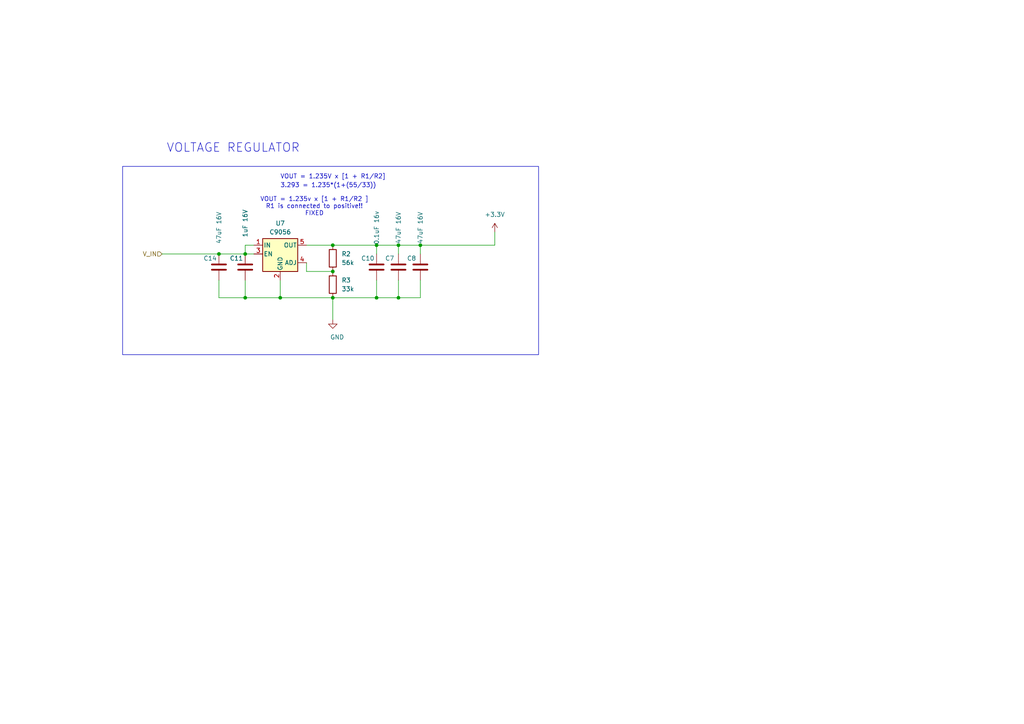
<source format=kicad_sch>
(kicad_sch (version 20231120) (generator "eeschema") (generator_version "8.0")
  (paper "A4")
  (lib_symbols
    (symbol "Device:C" (pin_numbers hide) (pin_names (offset 0.254))
      (property "Reference" "C" (at 0.635 2.54 0))
      (property "Value" "C" (at 0.635 -2.54 0))
      (symbol "C_0_1"
        (polyline (pts (xy -2.032 -0.762) (xy 2.032 -0.762)) (stroke (width 0.508)))
        (polyline (pts (xy -2.032 0.762) (xy 2.032 0.762)) (stroke (width 0.508)))
      )
      (symbol "C_1_1"
        (pin passive line (at 0 3.81 270) (length 2.794) (name "~") (number "1"))
        (pin passive line (at 0 -3.81 90) (length 2.794) (name "~") (number "2"))
      )
    )
    (symbol "Device:R" (pin_numbers hide) (pin_names (offset 0))
      (property "Reference" "R" (at 2.032 0 90))
      (property "Value" "R" (at 0 0 90))
      (symbol "R_0_1"
        (rectangle (start -1.016 -2.54) (end 1.016 2.54) (stroke (width 0.254)))
      )
      (symbol "R_1_1"
        (pin passive line (at 0 3.81 270) (length 1.27) (name "~") (number "1"))
        (pin passive line (at 0 -3.81 90) (length 1.27) (name "~") (number "2"))
      )
    )
    (symbol "Regulator_Linear:SPX3819M5-L" (pin_names (offset 0.254))
      (property "Reference" "U" (at -3.81 5.715 0))
      (property "Value" "SPX3819M5-L" (at 0 5.715 0))
      (symbol "SPX3819M5-L_0_1"
        (rectangle (start -5.08 4.445) (end 5.08 -5.08) (stroke (width 0.254)) (fill (type background)))
      )
      (symbol "SPX3819M5-L_1_1"
        (pin power_in line (at -7.62 2.54 0) (length 2.54) (name "IN") (number "1"))
        (pin power_in line (at 0 -7.62 90) (length 2.54) (name "GND") (number "2"))
        (pin input line (at -7.62 0 0) (length 2.54) (name "EN") (number "3"))
        (pin input line (at 7.62 -2.54 180) (length 2.54) (name "ADJ") (number "4"))
        (pin power_out line (at 7.62 2.54 180) (length 2.54) (name "OUT") (number "5"))
      )
    )
    (symbol "power:+3.3V" (power) (pin_names (offset 0))
      (property "Value" "+3.3V" (at 0 3.556 0))
      (symbol "+3.3V_0_1"
        (polyline (pts (xy -0.762 1.27) (xy 0 2.54)))
        (polyline (pts (xy 0 0) (xy 0 2.54)))
        (polyline (pts (xy 0 2.54) (xy 0.762 1.27)))
      )
      (symbol "+3.3V_1_1"
        (pin power_in line (at 0 0 90) (length 0) hide (name "+3.3V") (number "1"))
      )
    )
    (symbol "power:GND" (power) (pin_names (offset 0))
      (property "Value" "GND" (at 0 -3.81 0))
      (symbol "GND_0_1"
        (polyline (pts (xy 0 0) (xy 0 -1.27) (xy 1.27 -1.27) (xy 0 -2.54) (xy -1.27 -1.27) (xy 0 -1.27)))
      )
      (symbol "GND_1_1"
        (pin power_in line (at 0 0 270) (length 0) hide (name "GND") (number "1"))
      )
    )
  )
  (junction (at 96.52 71.12))
  (junction (at 115.57 71.12))
  (junction (at 63.5 73.66))
  (junction (at 96.52 78.74))
  (junction (at 71.12 73.66) (diameter 0.9144))
  (junction (at 109.22 71.12))
  (junction (at 121.92 71.12))
  (junction (at 115.57 86.36))
  (junction (at 71.12 86.36))
  (junction (at 81.28 86.36))
  (junction (at 109.22 86.36))
  (junction (at 96.52 86.36))
  (wire (pts (xy 121.92 81.28) (xy 121.92 86.36)))
  (wire (pts (xy 81.28 81.28) (xy 81.28 86.36)))
  (wire (pts (xy 71.12 71.12) (xy 73.66 71.12)))
  (wire (pts (xy 71.12 81.28) (xy 71.12 86.36)))
  (wire (pts (xy 115.57 86.36) (xy 121.92 86.36)))
  (wire (pts (xy 143.51 67.31) (xy 143.51 71.12)))
  (wire (pts (xy 96.52 92.71) (xy 96.52 86.36)))
  (wire (pts (xy 109.22 81.28) (xy 109.22 86.36)))
  (wire (pts (xy 109.22 71.12) (xy 115.57 71.12)))
  (wire (pts (xy 121.92 71.12) (xy 121.92 73.66)))
  (wire (pts (xy 115.57 81.28) (xy 115.57 86.36)))
  (wire (pts (xy 63.5 86.36) (xy 63.5 81.28)))
  (wire (pts (xy 96.52 86.36) (xy 109.22 86.36)))
  (wire (pts (xy 81.28 86.36) (xy 96.52 86.36)))
  (wire (pts (xy 71.12 73.66) (xy 71.12 71.12)))
  (wire (pts (xy 109.22 86.36) (xy 115.57 86.36)))
  (wire (pts (xy 96.52 71.12) (xy 109.22 71.12)))
  (wire (pts (xy 115.57 71.12) (xy 121.92 71.12)))
  (wire (pts (xy 71.12 86.36) (xy 81.28 86.36)))
  (wire (pts (xy 63.5 73.66) (xy 71.12 73.66)))
  (wire (pts (xy 46.99 73.66) (xy 63.5 73.66)))
  (wire (pts (xy 88.9 78.74) (xy 88.9 76.2)))
  (wire (pts (xy 96.52 78.74) (xy 88.9 78.74)))
  (wire (pts (xy 143.51 71.12) (xy 121.92 71.12)))
  (wire (pts (xy 115.57 71.12) (xy 115.57 73.66)))
  (wire (pts (xy 73.66 73.66) (xy 71.12 73.66)))
  (wire (pts (xy 63.5 86.36) (xy 71.12 86.36)))
  (wire (pts (xy 88.9 71.12) (xy 96.52 71.12)))
  (wire (pts (xy 109.22 71.12) (xy 109.22 73.66)))
  (rectangle (start 35.56 48.26) (end 156.21 102.87))
  (text "VOUT = 1.235v x [1 + R1/R2 ]\nR1 is connected to positive!!\nFIXED\n" (at 91.186 59.944 0) (effects (font (size 1.27 1.27))))
  (text "VOLTAGE REGULATOR" (at 48.26 44.45 0) (effects (font (size 2.5 2.5)) (justify left bottom)))
  (text "3.293 = 1.235*(1+(55/33))" (at 81.28 54.61 0) (effects (font (size 1.27 1.27)) (justify left bottom)))
  (text "VOUT = 1.235V x [1 + R1/R2]" (at 81.28 52.07 0) (effects (font (size 1.27 1.27)) (justify left bottom)))
  (hierarchical_label "V_IN" (shape input) (at 46.99 73.66 180))
  (symbol (lib_id "Device:C") (at 109.22 77.47 180) (unit 1)
    (property "Reference" "C10" (at 106.68 74.93 0))
    (property "Value" "0.1uF 16v" (at 109.22 66.04 90))
    (property "Footprint" "Capacitor_SMD:C_0603_1608Metric" (effects (hide yes)))
    (property "mpn" "CC0603KRX7R7BB104" (effects (hide yes)))
    (instances (project "esp32Solar" (path "" (reference "C10") (unit 1))) (project "wiegand_esp32_usb" (path "" (reference "C4") (unit 1))))
  )
  (symbol (lib_id "Device:R") (at 96.52 82.55 0) (unit 1)
    (property "Reference" "R3" (at 99.06 81.28 0) (effects (justify left)))
    (property "Value" "33k" (at 99.06 83.82 0) (effects (justify left)))
    (property "Footprint" "Resistor_SMD:R_0603_1608Metric" (effects (hide yes)))
  )
  (symbol (lib_id "power:GND") (at 96.52 92.71 0) (unit 1)
    (property "Reference" "#PWR0106" (effects (hide yes)))
    (property "Value" "GND" (at 97.79 97.79 0))
    (instances (project "esp32Solar" (path "" (reference "#PWR0106") (unit 1))) (project "wiegand_esp32_usb" (path "" (reference "#PWR06") (unit 1))))
  )
  (symbol (lib_id "power:+3.3V") (at 143.51 67.31 0) (unit 1)
    (property "Reference" "#PWR08" (effects (hide yes)))
    (property "Value" "+3.3V" (at 143.51 62.23 0))
  )
  (symbol (lib_id "Device:C") (at 63.5 77.47 180) (unit 1)
    (property "Reference" "C14" (at 60.96 74.93 0))
    (property "Value" "47uF 16V" (at 63.5 66.04 90))
    (property "Footprint" "Capacitor_SMD:C_0805_2012Metric" (effects (hide yes)))
    (property "mpn" "C2012X5R1A476M125AC" (effects (hide yes)))
    (instances (project "esp32Solar" (path "" (reference "C14") (unit 1))) (project "wiegand_esp32_usb" (path "" (reference "C2") (unit 1))))
  )
  (symbol (lib_id "Regulator_Linear:SPX3819M5-L") (at 81.28 73.66 0) (unit 1)
    (property "Reference" "U7" (at 81.28 64.77 0))
    (property "Value" "C9056" (at 81.28 67.31 0))
    (property "Footprint" "Package_TO_SOT_SMD:SOT-23-5" (effects (hide yes)))
    (property "Datasheet" "https://www.exar.com/content/document.ashx?id=22106&languageid=1033&type=Datasheet&partnumber=SPX3819&filename=SPX3819.pdf&part=SPX3819" (effects (hide yes)))
    (property "MFG" "SPX3819M5-L/TR" (effects (hide yes)))
    (instances (project "esp32Solar" (path "" (reference "U7") (unit 1))) (project "wiegand_esp32_usb" (path "" (reference "U3") (unit 1))))
  )
  (symbol (lib_id "Device:C") (at 71.12 77.47 180) (unit 1)
    (property "Reference" "C11" (at 68.58 74.93 0))
    (property "Value" "1uF 16V" (at 71.12 64.77 90))
    (property "Footprint" "Capacitor_SMD:C_0805_2012Metric" (effects (hide yes)))
    (instances (project "esp32Solar" (path "" (reference "C11") (unit 1))) (project "wiegand_esp32_usb" (path "" (reference "C3") (unit 1))))
  )
  (symbol (lib_id "Device:C") (at 121.92 77.47 180) (unit 1)
    (property "Reference" "C8" (at 119.38 74.93 0))
    (property "Value" "47uF 16V" (at 121.92 66.04 90))
    (property "Footprint" "Capacitor_SMD:C_0805_2012Metric" (effects (hide yes)))
    (property "mpn" "C2012X5R1A476M125AC" (effects (hide yes)))
    (instances (project "esp32Solar" (path "" (reference "C8") (unit 1))) (project "wiegand_esp32_usb" (path "" (reference "C6") (unit 1))))
  )
  (symbol (lib_id "Device:R") (at 96.52 74.93 0) (unit 1)
    (property "Reference" "R2" (at 99.06 73.66 0) (effects (justify left)))
    (property "Value" "56k" (at 99.06 76.2 0) (effects (justify left)))
    (property "Footprint" "Resistor_SMD:R_0603_1608Metric" (effects (hide yes)))
  )
  (symbol (lib_id "Device:C") (at 115.57 77.47 180) (unit 1)
    (property "Reference" "C7" (at 113.03 74.93 0))
    (property "Value" "47uF 16V" (at 115.57 66.04 90))
    (property "Footprint" "Capacitor_SMD:C_0805_2012Metric" (effects (hide yes)))
    (property "mpn" "C2012X5R1A476M125AC" (effects (hide yes)))
    (instances (project "esp32Solar" (path "" (reference "C7") (unit 1))) (project "wiegand_esp32_usb" (path "" (reference "C5") (unit 1))))
  )
)
</source>
